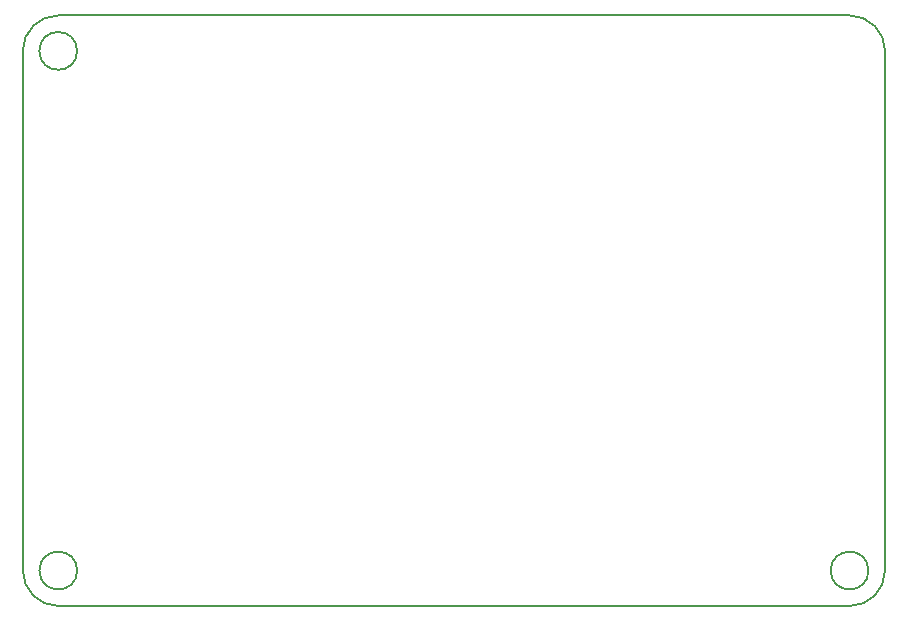
<source format=gm1>
G04 #@! TF.GenerationSoftware,KiCad,Pcbnew,7.0.5*
G04 #@! TF.CreationDate,2023-07-05T00:08:01+08:00*
G04 #@! TF.ProjectId,exModule,65784d6f-6475-46c6-952e-6b696361645f,rev?*
G04 #@! TF.SameCoordinates,PX5734380PY32de760*
G04 #@! TF.FileFunction,Profile,NP*
%FSLAX45Y45*%
G04 Gerber Fmt 4.5, Leading zero omitted, Abs format (unit mm)*
G04 Created by KiCad (PCBNEW 7.0.5) date 2023-07-05 00:08:01*
%MOMM*%
%LPD*%
G01*
G04 APERTURE LIST*
G04 #@! TA.AperFunction,Profile*
%ADD10C,0.200000*%
G04 #@! TD*
G04 APERTURE END LIST*
D10*
X-3190000Y2200000D02*
G75*
G03*
X-3190000Y2200000I-160000J0D01*
G01*
X3510000Y-2200000D02*
G75*
G03*
X3510000Y-2200000I-160000J0D01*
G01*
X-3190000Y-2200000D02*
G75*
G03*
X-3190000Y-2200000I-160000J0D01*
G01*
X-3350000Y2500000D02*
G75*
G03*
X-3650000Y2200000I0J-300000D01*
G01*
X3650000Y2200000D02*
G75*
G03*
X3350000Y2500000I-300000J0D01*
G01*
X3350000Y2500000D02*
X-3350000Y2500000D01*
X-3650000Y-2200000D02*
G75*
G03*
X-3350000Y-2500000I300000J0D01*
G01*
X-3650000Y2200000D02*
X-3650000Y-2200000D01*
X3350000Y-2500000D02*
G75*
G03*
X3650000Y-2200000I0J300000D01*
G01*
X3650000Y-2200000D02*
X3650000Y2200000D01*
X-3350000Y-2500000D02*
X3350000Y-2500000D01*
M02*

</source>
